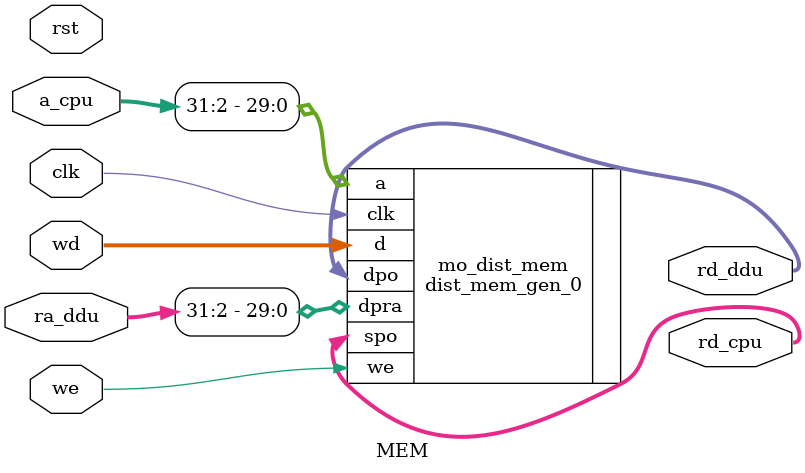
<source format=v>
`timescale 1ns / 1ps


module MEM(
    input clk,
    input rst,
    input we, //cpuÊ¹ÄÜ
    input [31:0]wd, //cpuÐ´Êý¾Ý
    input [31:0]a_cpu, //cpu µØÖ·
    input [31:0]ra_ddu, //ddu¶ÁµØÖ·
    output [31:0]rd_cpu, 
    output [31:0]rd_ddu
    );
    
    //assign addr = ra[9:2];
    //assign mode_we = we & mode_cpu;
    
    dist_mem_gen_0   mo_dist_mem ( //256*32
  .a(a_cpu[31:2]),        	// input wire [9 : 0] a
  .d(wd),        	// input wire [31 : 0] d
  .dpra(ra_ddu[31:2]),  	// input wire [9 : 0] dpra
  .clk(clk),    	// input wire clk
  .we(we),      	// input wire we
  .spo(rd_cpu),
  .dpo(rd_ddu)    	// output wire [31 : 0] dpo
);
    
    /*always @(ra_cpu or ra_ddu or mode_cpu)
    begin
        if(mode_cpu) ra = ra_cpu;
        else ra = ra_ddu;
    end*/
       
endmodule

















</source>
